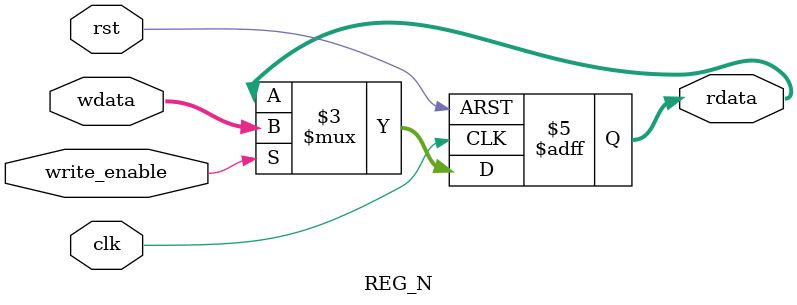
<source format=v>
module REG_N ( clk, rst, wdata, write_enable, rdata );
parameter reg_size = 32;
input clk, rst, write_enable;
input [reg_size - 1:0] wdata;
output reg [reg_size - 1:0] rdata;

always@( posedge clk, negedge rst )

     if( !rst )
          rdata <= 0;
     else if( write_enable )
          rdata <= wdata;

endmodule


</source>
